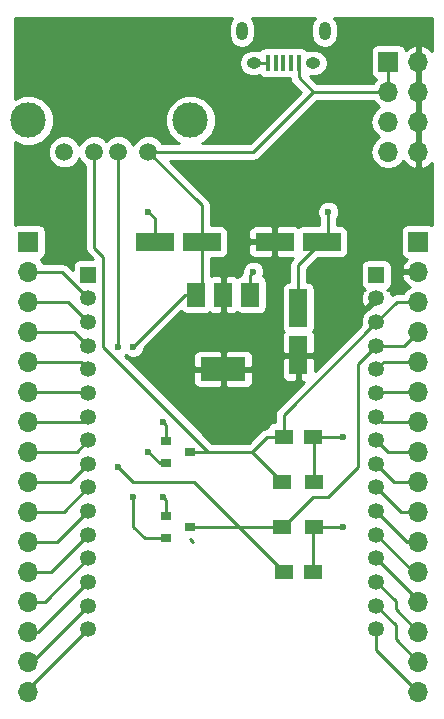
<source format=gtl>
G04 #@! TF.FileFunction,Copper,L1,Top,Signal*
%FSLAX46Y46*%
G04 Gerber Fmt 4.6, Leading zero omitted, Abs format (unit mm)*
G04 Created by KiCad (PCBNEW 4.0.5) date 02/24/17 16:37:27*
%MOMM*%
%LPD*%
G01*
G04 APERTURE LIST*
%ADD10C,0.100000*%
%ADD11R,1.500000X1.250000*%
%ADD12R,0.900000X0.800000*%
%ADD13R,0.400000X1.350000*%
%ADD14O,1.250000X0.950000*%
%ADD15O,1.000000X1.550000*%
%ADD16C,1.500000*%
%ADD17C,3.000000*%
%ADD18R,1.700000X1.700000*%
%ADD19O,1.700000X1.700000*%
%ADD20R,1.500000X1.300000*%
%ADD21R,3.800000X2.000000*%
%ADD22R,1.500000X2.000000*%
%ADD23R,3.200000X1.500000*%
%ADD24R,1.500000X3.200000*%
%ADD25C,1.350000*%
%ADD26R,1.350000X1.350000*%
%ADD27C,0.600000*%
%ADD28C,0.250000*%
%ADD29C,0.254000*%
G04 APERTURE END LIST*
D10*
D11*
X133330000Y-113030000D03*
X130830000Y-113030000D03*
X133330000Y-124460000D03*
X130830000Y-124460000D03*
D12*
X120920000Y-113350000D03*
X120920000Y-115250000D03*
X122920000Y-114300000D03*
X120920000Y-119700000D03*
X120920000Y-121600000D03*
X122920000Y-120650000D03*
D13*
X132110000Y-81360000D03*
X131460000Y-81360000D03*
X130810000Y-81360000D03*
X130160000Y-81360000D03*
X129510000Y-81360000D03*
D14*
X133310000Y-81360000D03*
X128310000Y-81360000D03*
D15*
X134310000Y-78660000D03*
X127310000Y-78660000D03*
D16*
X112270000Y-88900000D03*
X114810000Y-88900000D03*
X116840000Y-88900000D03*
X119380000Y-88900000D03*
D17*
X109220000Y-86230000D03*
X122940000Y-86230000D03*
D18*
X109220000Y-96520000D03*
D19*
X109220000Y-99060000D03*
X109220000Y-101600000D03*
X109220000Y-104140000D03*
X109220000Y-106680000D03*
X109220000Y-109220000D03*
X109220000Y-111760000D03*
X109220000Y-114300000D03*
X109220000Y-116840000D03*
X109220000Y-119380000D03*
X109220000Y-121920000D03*
X109220000Y-124460000D03*
X109220000Y-127000000D03*
X109220000Y-129540000D03*
X109220000Y-132080000D03*
X109220000Y-134620000D03*
D18*
X142240000Y-96520000D03*
D19*
X142240000Y-99060000D03*
X142240000Y-101600000D03*
X142240000Y-104140000D03*
X142240000Y-106680000D03*
X142240000Y-109220000D03*
X142240000Y-111760000D03*
X142240000Y-114300000D03*
X142240000Y-116840000D03*
X142240000Y-119380000D03*
X142240000Y-121920000D03*
X142240000Y-124460000D03*
X142240000Y-127000000D03*
X142240000Y-129540000D03*
X142240000Y-132080000D03*
X142240000Y-134620000D03*
D20*
X133430000Y-116840000D03*
X130730000Y-116840000D03*
X133430000Y-120650000D03*
X130730000Y-120650000D03*
D21*
X125730000Y-107290000D03*
D22*
X125730000Y-100990000D03*
X123430000Y-100990000D03*
X128030000Y-100990000D03*
D23*
X123920000Y-96520000D03*
X119920000Y-96520000D03*
X130080000Y-96520000D03*
X134080000Y-96520000D03*
D24*
X132080000Y-106140000D03*
X132080000Y-102140000D03*
D18*
X139700000Y-81280000D03*
D19*
X142240000Y-81280000D03*
X139700000Y-83820000D03*
X142240000Y-83820000D03*
X139700000Y-86360000D03*
X142240000Y-86360000D03*
X139700000Y-88900000D03*
X142240000Y-88900000D03*
D25*
X138692000Y-129314000D03*
X138692000Y-127314000D03*
X138692000Y-125314000D03*
X138692000Y-123314000D03*
X138692000Y-121314000D03*
X138692000Y-119314000D03*
X138692000Y-117314000D03*
X138692000Y-115314000D03*
X138692000Y-113314000D03*
X138692000Y-111314000D03*
X138692000Y-109314000D03*
X138692000Y-107314000D03*
X138692000Y-105314000D03*
X138692000Y-103314000D03*
X138692000Y-101314000D03*
D26*
X138692000Y-99314000D03*
X114292000Y-99314000D03*
D25*
X114292000Y-101314000D03*
X114292000Y-103314000D03*
X114292000Y-105314000D03*
X114292000Y-107314000D03*
X114292000Y-109314000D03*
X114292000Y-111314000D03*
X114292000Y-113314000D03*
X114292000Y-115314000D03*
X114292000Y-117314000D03*
X114292000Y-119314000D03*
X114292000Y-121314000D03*
X114292000Y-123314000D03*
X114292000Y-125314000D03*
X114292000Y-127314000D03*
X114292000Y-129314000D03*
D27*
X128270000Y-99060000D03*
X134620000Y-93980000D03*
X135890000Y-113030000D03*
X135890000Y-120650000D03*
X120650000Y-111760000D03*
X120650000Y-118110000D03*
X119380000Y-93980000D03*
X116840000Y-115570000D03*
X116840000Y-105410000D03*
X119380000Y-114300000D03*
X118110000Y-105410000D03*
X118110000Y-118110000D03*
D28*
X123190000Y-121970000D02*
X122870000Y-121650000D01*
X128030000Y-100990000D02*
X128030000Y-99300000D01*
X128030000Y-99300000D02*
X128270000Y-99060000D01*
X132080000Y-102140000D02*
X132080000Y-98520000D01*
X132080000Y-98520000D02*
X134620000Y-95980000D01*
X134620000Y-95980000D02*
X134620000Y-93980000D01*
X133430000Y-116840000D02*
X133430000Y-113130000D01*
X133430000Y-113130000D02*
X133530000Y-113030000D01*
X133530000Y-113030000D02*
X135890000Y-113030000D01*
X133330000Y-124460000D02*
X133330000Y-120750000D01*
X133330000Y-120750000D02*
X133430000Y-120650000D01*
X133430000Y-120650000D02*
X135890000Y-120650000D01*
X120920000Y-113350000D02*
X120920000Y-112030000D01*
X120920000Y-112030000D02*
X120650000Y-111760000D01*
X120920000Y-119700000D02*
X120920000Y-118380000D01*
X120920000Y-118380000D02*
X120650000Y-118110000D01*
X119920000Y-96520000D02*
X119920000Y-94520000D01*
X119920000Y-94520000D02*
X119380000Y-93980000D01*
X129510000Y-81360000D02*
X128310000Y-81360000D01*
X133430000Y-113130000D02*
X133330000Y-113030000D01*
X142240000Y-101600000D02*
X140406000Y-101600000D01*
X140406000Y-101600000D02*
X138692000Y-103314000D01*
X130830000Y-113030000D02*
X130830000Y-111176000D01*
X130830000Y-111176000D02*
X138692000Y-103314000D01*
X114810000Y-88900000D02*
X114810000Y-97030000D01*
X115570000Y-105410000D02*
X124460000Y-114300000D01*
X115570000Y-97790000D02*
X115570000Y-105410000D01*
X114810000Y-97030000D02*
X115570000Y-97790000D01*
X130830000Y-113030000D02*
X129460000Y-113030000D01*
X129460000Y-113030000D02*
X128190000Y-114300000D01*
X122920000Y-114300000D02*
X124460000Y-114300000D01*
X124460000Y-114300000D02*
X128190000Y-114300000D01*
X128190000Y-114300000D02*
X130730000Y-116840000D01*
X130830000Y-113030000D02*
X130830000Y-113010000D01*
X130730000Y-113130000D02*
X130830000Y-113030000D01*
X138692000Y-105314000D02*
X141066000Y-105314000D01*
X141066000Y-105314000D02*
X142240000Y-104140000D01*
X130730000Y-120650000D02*
X130810000Y-120650000D01*
X130810000Y-120650000D02*
X133350000Y-118110000D01*
X137160000Y-106846000D02*
X138692000Y-105314000D01*
X137160000Y-115570000D02*
X137160000Y-106846000D01*
X134620000Y-118110000D02*
X137160000Y-115570000D01*
X133350000Y-118110000D02*
X134620000Y-118110000D01*
X116840000Y-88900000D02*
X116840000Y-105410000D01*
X123210000Y-116840000D02*
X127020000Y-120650000D01*
X118110000Y-116840000D02*
X123210000Y-116840000D01*
X116840000Y-115570000D02*
X118110000Y-116840000D01*
X130730000Y-120650000D02*
X127020000Y-120650000D01*
X122920000Y-120650000D02*
X127020000Y-120650000D01*
X127020000Y-120650000D02*
X130830000Y-124460000D01*
X120920000Y-115250000D02*
X120330000Y-115250000D01*
X120330000Y-115250000D02*
X119380000Y-114300000D01*
X120920000Y-121600000D02*
X119060000Y-121600000D01*
X122530000Y-100990000D02*
X123430000Y-100990000D01*
X118110000Y-105410000D02*
X122530000Y-100990000D01*
X118110000Y-120650000D02*
X118110000Y-118110000D01*
X119060000Y-121600000D02*
X118110000Y-120650000D01*
X123920000Y-96520000D02*
X123920000Y-100500000D01*
X123920000Y-100500000D02*
X123430000Y-100990000D01*
X123920000Y-96520000D02*
X123920000Y-93440000D01*
X123920000Y-93440000D02*
X119380000Y-88900000D01*
X119380000Y-88900000D02*
X128270000Y-88900000D01*
X128270000Y-88900000D02*
X133350000Y-83820000D01*
X139700000Y-83820000D02*
X133350000Y-83820000D01*
X132110000Y-82580000D02*
X132110000Y-81360000D01*
X133350000Y-83820000D02*
X132110000Y-82580000D01*
X139700000Y-83820000D02*
X139700000Y-81280000D01*
X125730000Y-107290000D02*
X125730000Y-109220000D01*
X125730000Y-100990000D02*
X125730000Y-99060000D01*
X109220000Y-99060000D02*
X112038000Y-99060000D01*
X112038000Y-99060000D02*
X114292000Y-101314000D01*
X109220000Y-101600000D02*
X112578000Y-101600000D01*
X112578000Y-101600000D02*
X114292000Y-103314000D01*
X109220000Y-104140000D02*
X113118000Y-104140000D01*
X113118000Y-104140000D02*
X114292000Y-105314000D01*
X109220000Y-106680000D02*
X113658000Y-106680000D01*
X113658000Y-106680000D02*
X114292000Y-107314000D01*
X109220000Y-109220000D02*
X114198000Y-109220000D01*
X114198000Y-109220000D02*
X114292000Y-109314000D01*
X109220000Y-111760000D02*
X113846000Y-111760000D01*
X113846000Y-111760000D02*
X114292000Y-111314000D01*
X109220000Y-114300000D02*
X113306000Y-114300000D01*
X113306000Y-114300000D02*
X114292000Y-113314000D01*
X109220000Y-116840000D02*
X112766000Y-116840000D01*
X112766000Y-116840000D02*
X114292000Y-115314000D01*
X109220000Y-119380000D02*
X112226000Y-119380000D01*
X112226000Y-119380000D02*
X114292000Y-117314000D01*
X109220000Y-121920000D02*
X111686000Y-121920000D01*
X111686000Y-121920000D02*
X114292000Y-119314000D01*
X109220000Y-124460000D02*
X111146000Y-124460000D01*
X111146000Y-124460000D02*
X114292000Y-121314000D01*
X109220000Y-127000000D02*
X110606000Y-127000000D01*
X110606000Y-127000000D02*
X114292000Y-123314000D01*
X109220000Y-129540000D02*
X110066000Y-129540000D01*
X110066000Y-129540000D02*
X114292000Y-125314000D01*
X109220000Y-132080000D02*
X109526000Y-132080000D01*
X109526000Y-132080000D02*
X114292000Y-127314000D01*
X109220000Y-134620000D02*
X109220000Y-134386000D01*
X109220000Y-134386000D02*
X114292000Y-129314000D01*
X142240000Y-106680000D02*
X139326000Y-106680000D01*
X139326000Y-106680000D02*
X138692000Y-107314000D01*
X142240000Y-109220000D02*
X138786000Y-109220000D01*
X138786000Y-109220000D02*
X138692000Y-109314000D01*
X138786000Y-109220000D02*
X138692000Y-109314000D01*
X142240000Y-111760000D02*
X139138000Y-111760000D01*
X139138000Y-111760000D02*
X138692000Y-111314000D01*
X139138000Y-111760000D02*
X138692000Y-111314000D01*
X142240000Y-114300000D02*
X139678000Y-114300000D01*
X139678000Y-114300000D02*
X138692000Y-113314000D01*
X142240000Y-116840000D02*
X140218000Y-116840000D01*
X140218000Y-116840000D02*
X138692000Y-115314000D01*
X142240000Y-119380000D02*
X140758000Y-119380000D01*
X140758000Y-119380000D02*
X138692000Y-117314000D01*
X142240000Y-121920000D02*
X141298000Y-121920000D01*
X141298000Y-121920000D02*
X138692000Y-119314000D01*
X142240000Y-124460000D02*
X141838000Y-124460000D01*
X141838000Y-124460000D02*
X138692000Y-121314000D01*
X142240000Y-127000000D02*
X142240000Y-126862000D01*
X142240000Y-126862000D02*
X138692000Y-123314000D01*
X142240000Y-129540000D02*
X140335000Y-127635000D01*
X140335000Y-126957000D02*
X138692000Y-125314000D01*
X140335000Y-127635000D02*
X140335000Y-126957000D01*
X142240000Y-132080000D02*
X140335000Y-130175000D01*
X140335000Y-128957000D02*
X138692000Y-127314000D01*
X140335000Y-130175000D02*
X140335000Y-128957000D01*
X138692000Y-129314000D02*
X138692000Y-131072000D01*
X138692000Y-131072000D02*
X142240000Y-134620000D01*
D29*
G36*
X126261397Y-77923030D02*
X126175000Y-78357376D01*
X126175000Y-78962624D01*
X126261397Y-79396970D01*
X126507434Y-79765190D01*
X126875654Y-80011227D01*
X127310000Y-80097624D01*
X127744346Y-80011227D01*
X128112566Y-79765190D01*
X128358603Y-79396970D01*
X128445000Y-78962624D01*
X128445000Y-78357376D01*
X128358603Y-77923030D01*
X128140756Y-77597000D01*
X133479244Y-77597000D01*
X133261397Y-77923030D01*
X133175000Y-78357376D01*
X133175000Y-78962624D01*
X133261397Y-79396970D01*
X133507434Y-79765190D01*
X133875654Y-80011227D01*
X134310000Y-80097624D01*
X134744346Y-80011227D01*
X135112566Y-79765190D01*
X135358603Y-79396970D01*
X135445000Y-78962624D01*
X135445000Y-78357376D01*
X135358603Y-77923030D01*
X135140756Y-77597000D01*
X143383000Y-77597000D01*
X143383000Y-80371915D01*
X143121358Y-80084817D01*
X142596892Y-79838514D01*
X142367000Y-79959181D01*
X142367000Y-81153000D01*
X142387000Y-81153000D01*
X142387000Y-81407000D01*
X142367000Y-81407000D01*
X142367000Y-83693000D01*
X142387000Y-83693000D01*
X142387000Y-83947000D01*
X142367000Y-83947000D01*
X142367000Y-86233000D01*
X142387000Y-86233000D01*
X142387000Y-86487000D01*
X142367000Y-86487000D01*
X142367000Y-88773000D01*
X142387000Y-88773000D01*
X142387000Y-89027000D01*
X142367000Y-89027000D01*
X142367000Y-90220819D01*
X142596892Y-90341486D01*
X143121358Y-90095183D01*
X143383000Y-89808085D01*
X143383000Y-95101658D01*
X143341890Y-95073569D01*
X143090000Y-95022560D01*
X141390000Y-95022560D01*
X141154683Y-95066838D01*
X140938559Y-95205910D01*
X140793569Y-95418110D01*
X140742560Y-95670000D01*
X140742560Y-97370000D01*
X140786838Y-97605317D01*
X140925910Y-97821441D01*
X141138110Y-97966431D01*
X141246107Y-97988301D01*
X140968355Y-98293076D01*
X140798524Y-98703110D01*
X140919845Y-98933000D01*
X142113000Y-98933000D01*
X142113000Y-98913000D01*
X142367000Y-98913000D01*
X142367000Y-98933000D01*
X142387000Y-98933000D01*
X142387000Y-99187000D01*
X142367000Y-99187000D01*
X142367000Y-99207000D01*
X142113000Y-99207000D01*
X142113000Y-99187000D01*
X140919845Y-99187000D01*
X140798524Y-99416890D01*
X140968355Y-99826924D01*
X141358642Y-100255183D01*
X141501553Y-100322298D01*
X141160853Y-100549946D01*
X140967046Y-100840000D01*
X140406000Y-100840000D01*
X140115161Y-100897852D01*
X139985591Y-100984427D01*
X139985375Y-100980566D01*
X139842328Y-100635219D01*
X139621776Y-100579640D01*
X139818441Y-100453090D01*
X139963431Y-100240890D01*
X140014440Y-99989000D01*
X140014440Y-98639000D01*
X139970162Y-98403683D01*
X139831090Y-98187559D01*
X139618890Y-98042569D01*
X139367000Y-97991560D01*
X138017000Y-97991560D01*
X137781683Y-98035838D01*
X137565559Y-98174910D01*
X137420569Y-98387110D01*
X137369560Y-98639000D01*
X137369560Y-99989000D01*
X137413838Y-100224317D01*
X137552910Y-100440441D01*
X137758141Y-100580669D01*
X137541672Y-100635219D01*
X137369478Y-101127100D01*
X137398625Y-101647434D01*
X137541672Y-101992781D01*
X137774853Y-102051542D01*
X138512395Y-101314000D01*
X138498253Y-101299858D01*
X138677858Y-101120253D01*
X138692000Y-101134395D01*
X138706143Y-101120253D01*
X138885748Y-101299858D01*
X138871605Y-101314000D01*
X138885748Y-101328143D01*
X138706143Y-101507748D01*
X138692000Y-101493605D01*
X138005279Y-102180326D01*
X137950914Y-102202789D01*
X137582084Y-102570976D01*
X137382228Y-103052282D01*
X137381795Y-103549403D01*
X133465000Y-107466198D01*
X133465000Y-106425750D01*
X133306250Y-106267000D01*
X132207000Y-106267000D01*
X132207000Y-108216250D01*
X132365750Y-108375000D01*
X132556198Y-108375000D01*
X130292599Y-110638599D01*
X130127852Y-110885161D01*
X130070000Y-111176000D01*
X130070000Y-111759442D01*
X129844683Y-111801838D01*
X129628559Y-111940910D01*
X129483569Y-112153110D01*
X129459894Y-112270021D01*
X129169160Y-112327852D01*
X128922599Y-112492599D01*
X127875198Y-113540000D01*
X124774802Y-113540000D01*
X118810552Y-107575750D01*
X123195000Y-107575750D01*
X123195000Y-108416309D01*
X123291673Y-108649698D01*
X123470301Y-108828327D01*
X123703690Y-108925000D01*
X125444250Y-108925000D01*
X125603000Y-108766250D01*
X125603000Y-107417000D01*
X125857000Y-107417000D01*
X125857000Y-108766250D01*
X126015750Y-108925000D01*
X127756310Y-108925000D01*
X127989699Y-108828327D01*
X128168327Y-108649698D01*
X128265000Y-108416309D01*
X128265000Y-107575750D01*
X128106250Y-107417000D01*
X125857000Y-107417000D01*
X125603000Y-107417000D01*
X123353750Y-107417000D01*
X123195000Y-107575750D01*
X118810552Y-107575750D01*
X117403461Y-106168659D01*
X117474954Y-106097290D01*
X117579673Y-106202192D01*
X117923201Y-106344838D01*
X118295167Y-106345162D01*
X118638943Y-106203117D01*
X118678437Y-106163691D01*
X123195000Y-106163691D01*
X123195000Y-107004250D01*
X123353750Y-107163000D01*
X125603000Y-107163000D01*
X125603000Y-105813750D01*
X125857000Y-105813750D01*
X125857000Y-107163000D01*
X128106250Y-107163000D01*
X128265000Y-107004250D01*
X128265000Y-106425750D01*
X130695000Y-106425750D01*
X130695000Y-107866309D01*
X130791673Y-108099698D01*
X130970301Y-108278327D01*
X131203690Y-108375000D01*
X131794250Y-108375000D01*
X131953000Y-108216250D01*
X131953000Y-106267000D01*
X130853750Y-106267000D01*
X130695000Y-106425750D01*
X128265000Y-106425750D01*
X128265000Y-106163691D01*
X128168327Y-105930302D01*
X127989699Y-105751673D01*
X127756310Y-105655000D01*
X126015750Y-105655000D01*
X125857000Y-105813750D01*
X125603000Y-105813750D01*
X125444250Y-105655000D01*
X123703690Y-105655000D01*
X123470301Y-105751673D01*
X123291673Y-105930302D01*
X123195000Y-106163691D01*
X118678437Y-106163691D01*
X118902192Y-105940327D01*
X119044838Y-105596799D01*
X119044879Y-105549923D01*
X122191420Y-102403382D01*
X122215910Y-102441441D01*
X122428110Y-102586431D01*
X122680000Y-102637440D01*
X124180000Y-102637440D01*
X124415317Y-102593162D01*
X124579492Y-102487518D01*
X124620301Y-102528327D01*
X124853690Y-102625000D01*
X125444250Y-102625000D01*
X125603000Y-102466250D01*
X125603000Y-101117000D01*
X125583000Y-101117000D01*
X125583000Y-100863000D01*
X125603000Y-100863000D01*
X125603000Y-99513750D01*
X125857000Y-99513750D01*
X125857000Y-100863000D01*
X125877000Y-100863000D01*
X125877000Y-101117000D01*
X125857000Y-101117000D01*
X125857000Y-102466250D01*
X126015750Y-102625000D01*
X126606310Y-102625000D01*
X126839699Y-102528327D01*
X126881660Y-102486366D01*
X127028110Y-102586431D01*
X127280000Y-102637440D01*
X128780000Y-102637440D01*
X129015317Y-102593162D01*
X129231441Y-102454090D01*
X129376431Y-102241890D01*
X129427440Y-101990000D01*
X129427440Y-99990000D01*
X129383162Y-99754683D01*
X129244090Y-99538559D01*
X129119139Y-99453184D01*
X129204838Y-99246799D01*
X129205162Y-98874833D01*
X129063117Y-98531057D01*
X128800327Y-98267808D01*
X128456799Y-98125162D01*
X128084833Y-98124838D01*
X127741057Y-98266883D01*
X127477808Y-98529673D01*
X127335162Y-98873201D01*
X127335053Y-98998384D01*
X127327852Y-99009161D01*
X127270000Y-99300000D01*
X127270000Y-99344442D01*
X127044683Y-99386838D01*
X126880508Y-99492482D01*
X126839699Y-99451673D01*
X126606310Y-99355000D01*
X126015750Y-99355000D01*
X125857000Y-99513750D01*
X125603000Y-99513750D01*
X125444250Y-99355000D01*
X124853690Y-99355000D01*
X124680000Y-99426945D01*
X124680000Y-97917440D01*
X125520000Y-97917440D01*
X125755317Y-97873162D01*
X125971441Y-97734090D01*
X126116431Y-97521890D01*
X126167440Y-97270000D01*
X126167440Y-96805750D01*
X127845000Y-96805750D01*
X127845000Y-97396310D01*
X127941673Y-97629699D01*
X128120302Y-97808327D01*
X128353691Y-97905000D01*
X129794250Y-97905000D01*
X129953000Y-97746250D01*
X129953000Y-96647000D01*
X128003750Y-96647000D01*
X127845000Y-96805750D01*
X126167440Y-96805750D01*
X126167440Y-95770000D01*
X126143674Y-95643690D01*
X127845000Y-95643690D01*
X127845000Y-96234250D01*
X128003750Y-96393000D01*
X129953000Y-96393000D01*
X129953000Y-95293750D01*
X130207000Y-95293750D01*
X130207000Y-96393000D01*
X130227000Y-96393000D01*
X130227000Y-96647000D01*
X130207000Y-96647000D01*
X130207000Y-97746250D01*
X130365750Y-97905000D01*
X131620198Y-97905000D01*
X131542599Y-97982599D01*
X131377852Y-98229161D01*
X131320000Y-98520000D01*
X131320000Y-99894442D01*
X131094683Y-99936838D01*
X130878559Y-100075910D01*
X130733569Y-100288110D01*
X130682560Y-100540000D01*
X130682560Y-103740000D01*
X130726838Y-103975317D01*
X130832482Y-104139493D01*
X130791673Y-104180302D01*
X130695000Y-104413691D01*
X130695000Y-105854250D01*
X130853750Y-106013000D01*
X131953000Y-106013000D01*
X131953000Y-105993000D01*
X132207000Y-105993000D01*
X132207000Y-106013000D01*
X133306250Y-106013000D01*
X133465000Y-105854250D01*
X133465000Y-104413691D01*
X133368327Y-104180302D01*
X133326366Y-104138340D01*
X133426431Y-103991890D01*
X133477440Y-103740000D01*
X133477440Y-100540000D01*
X133433162Y-100304683D01*
X133294090Y-100088559D01*
X133081890Y-99943569D01*
X132840000Y-99894585D01*
X132840000Y-98834802D01*
X133757362Y-97917440D01*
X135680000Y-97917440D01*
X135915317Y-97873162D01*
X136131441Y-97734090D01*
X136276431Y-97521890D01*
X136327440Y-97270000D01*
X136327440Y-95770000D01*
X136283162Y-95534683D01*
X136144090Y-95318559D01*
X135931890Y-95173569D01*
X135680000Y-95122560D01*
X135380000Y-95122560D01*
X135380000Y-94542463D01*
X135412192Y-94510327D01*
X135554838Y-94166799D01*
X135555162Y-93794833D01*
X135413117Y-93451057D01*
X135150327Y-93187808D01*
X134806799Y-93045162D01*
X134434833Y-93044838D01*
X134091057Y-93186883D01*
X133827808Y-93449673D01*
X133685162Y-93793201D01*
X133684838Y-94165167D01*
X133826883Y-94508943D01*
X133860000Y-94542118D01*
X133860000Y-95122560D01*
X132480000Y-95122560D01*
X132244683Y-95166838D01*
X132080507Y-95272482D01*
X132039698Y-95231673D01*
X131806309Y-95135000D01*
X130365750Y-95135000D01*
X130207000Y-95293750D01*
X129953000Y-95293750D01*
X129794250Y-95135000D01*
X128353691Y-95135000D01*
X128120302Y-95231673D01*
X127941673Y-95410301D01*
X127845000Y-95643690D01*
X126143674Y-95643690D01*
X126123162Y-95534683D01*
X125984090Y-95318559D01*
X125771890Y-95173569D01*
X125520000Y-95122560D01*
X124680000Y-95122560D01*
X124680000Y-93440000D01*
X124622148Y-93149161D01*
X124457401Y-92902599D01*
X121214802Y-89660000D01*
X128270000Y-89660000D01*
X128560839Y-89602148D01*
X128807401Y-89437401D01*
X133664802Y-84580000D01*
X138427046Y-84580000D01*
X138620853Y-84870054D01*
X138950026Y-85090000D01*
X138620853Y-85309946D01*
X138298946Y-85791715D01*
X138185907Y-86360000D01*
X138298946Y-86928285D01*
X138620853Y-87410054D01*
X138950026Y-87630000D01*
X138620853Y-87849946D01*
X138298946Y-88331715D01*
X138185907Y-88900000D01*
X138298946Y-89468285D01*
X138620853Y-89950054D01*
X139102622Y-90271961D01*
X139670907Y-90385000D01*
X139729093Y-90385000D01*
X140297378Y-90271961D01*
X140779147Y-89950054D01*
X140968345Y-89666899D01*
X140968355Y-89666924D01*
X141358642Y-90095183D01*
X141883108Y-90341486D01*
X142113000Y-90220819D01*
X142113000Y-89027000D01*
X142093000Y-89027000D01*
X142093000Y-88773000D01*
X142113000Y-88773000D01*
X142113000Y-86487000D01*
X142093000Y-86487000D01*
X142093000Y-86233000D01*
X142113000Y-86233000D01*
X142113000Y-83947000D01*
X142093000Y-83947000D01*
X142093000Y-83693000D01*
X142113000Y-83693000D01*
X142113000Y-81407000D01*
X142093000Y-81407000D01*
X142093000Y-81153000D01*
X142113000Y-81153000D01*
X142113000Y-79959181D01*
X141883108Y-79838514D01*
X141358642Y-80084817D01*
X141171192Y-80290504D01*
X141153162Y-80194683D01*
X141014090Y-79978559D01*
X140801890Y-79833569D01*
X140550000Y-79782560D01*
X138850000Y-79782560D01*
X138614683Y-79826838D01*
X138398559Y-79965910D01*
X138253569Y-80178110D01*
X138202560Y-80430000D01*
X138202560Y-82130000D01*
X138246838Y-82365317D01*
X138385910Y-82581441D01*
X138598110Y-82726431D01*
X138665541Y-82740086D01*
X138620853Y-82769946D01*
X138427046Y-83060000D01*
X133664802Y-83060000D01*
X133059776Y-82454974D01*
X133135315Y-82470000D01*
X133484685Y-82470000D01*
X133909464Y-82385506D01*
X134269574Y-82144889D01*
X134510191Y-81784779D01*
X134594685Y-81360000D01*
X134510191Y-80935221D01*
X134269574Y-80575111D01*
X133909464Y-80334494D01*
X133484685Y-80250000D01*
X133135315Y-80250000D01*
X132824458Y-80311833D01*
X132774090Y-80233559D01*
X132561890Y-80088569D01*
X132310000Y-80037560D01*
X131910000Y-80037560D01*
X131780411Y-80061944D01*
X131660000Y-80037560D01*
X131260000Y-80037560D01*
X131130411Y-80061944D01*
X131010000Y-80037560D01*
X130610000Y-80037560D01*
X130480411Y-80061944D01*
X130360000Y-80037560D01*
X129960000Y-80037560D01*
X129830411Y-80061944D01*
X129710000Y-80037560D01*
X129310000Y-80037560D01*
X129074683Y-80081838D01*
X128858559Y-80220910D01*
X128796327Y-80311990D01*
X128484685Y-80250000D01*
X128135315Y-80250000D01*
X127710536Y-80334494D01*
X127350426Y-80575111D01*
X127109809Y-80935221D01*
X127025315Y-81360000D01*
X127109809Y-81784779D01*
X127350426Y-82144889D01*
X127710536Y-82385506D01*
X128135315Y-82470000D01*
X128484685Y-82470000D01*
X128795542Y-82408167D01*
X128845910Y-82486441D01*
X129058110Y-82631431D01*
X129310000Y-82682440D01*
X129710000Y-82682440D01*
X129839589Y-82658056D01*
X129960000Y-82682440D01*
X130360000Y-82682440D01*
X130489589Y-82658056D01*
X130610000Y-82682440D01*
X131010000Y-82682440D01*
X131139589Y-82658056D01*
X131260000Y-82682440D01*
X131370377Y-82682440D01*
X131407852Y-82870839D01*
X131572599Y-83117401D01*
X132275198Y-83820000D01*
X127955198Y-88140000D01*
X123908251Y-88140000D01*
X124147800Y-88041020D01*
X124748909Y-87440959D01*
X125074628Y-86656541D01*
X125075370Y-85807185D01*
X124751020Y-85022200D01*
X124150959Y-84421091D01*
X123366541Y-84095372D01*
X122517185Y-84094630D01*
X121732200Y-84418980D01*
X121131091Y-85019041D01*
X120805372Y-85803459D01*
X120804630Y-86652815D01*
X121128980Y-87437800D01*
X121729041Y-88038909D01*
X121972495Y-88140000D01*
X120564547Y-88140000D01*
X120554831Y-88116485D01*
X120165564Y-87726539D01*
X119656702Y-87515241D01*
X119105715Y-87514760D01*
X118596485Y-87725169D01*
X118206539Y-88114436D01*
X118110024Y-88346870D01*
X118014831Y-88116485D01*
X117625564Y-87726539D01*
X117116702Y-87515241D01*
X116565715Y-87514760D01*
X116056485Y-87725169D01*
X115824938Y-87956313D01*
X115595564Y-87726539D01*
X115086702Y-87515241D01*
X114535715Y-87514760D01*
X114026485Y-87725169D01*
X113636539Y-88114436D01*
X113540024Y-88346870D01*
X113444831Y-88116485D01*
X113055564Y-87726539D01*
X112546702Y-87515241D01*
X111995715Y-87514760D01*
X111486485Y-87725169D01*
X111096539Y-88114436D01*
X110885241Y-88623298D01*
X110884760Y-89174285D01*
X111095169Y-89683515D01*
X111484436Y-90073461D01*
X111993298Y-90284759D01*
X112544285Y-90285240D01*
X113053515Y-90074831D01*
X113443461Y-89685564D01*
X113539976Y-89453130D01*
X113635169Y-89683515D01*
X114024436Y-90073461D01*
X114050000Y-90084076D01*
X114050000Y-97030000D01*
X114107852Y-97320839D01*
X114272599Y-97567401D01*
X114696758Y-97991560D01*
X113617000Y-97991560D01*
X113381683Y-98035838D01*
X113165559Y-98174910D01*
X113020569Y-98387110D01*
X112969560Y-98639000D01*
X112969560Y-98916758D01*
X112575401Y-98522599D01*
X112328839Y-98357852D01*
X112038000Y-98300000D01*
X110492954Y-98300000D01*
X110299147Y-98009946D01*
X110257548Y-97982150D01*
X110305317Y-97973162D01*
X110521441Y-97834090D01*
X110666431Y-97621890D01*
X110717440Y-97370000D01*
X110717440Y-95670000D01*
X110673162Y-95434683D01*
X110534090Y-95218559D01*
X110321890Y-95073569D01*
X110070000Y-95022560D01*
X108370000Y-95022560D01*
X108134683Y-95066838D01*
X108077000Y-95103956D01*
X108077000Y-88067128D01*
X108793459Y-88364628D01*
X109642815Y-88365370D01*
X110427800Y-88041020D01*
X111028909Y-87440959D01*
X111354628Y-86656541D01*
X111355370Y-85807185D01*
X111031020Y-85022200D01*
X110430959Y-84421091D01*
X109646541Y-84095372D01*
X108797185Y-84094630D01*
X108077000Y-84392205D01*
X108077000Y-77597000D01*
X126479244Y-77597000D01*
X126261397Y-77923030D01*
X126261397Y-77923030D01*
G37*
X126261397Y-77923030D02*
X126175000Y-78357376D01*
X126175000Y-78962624D01*
X126261397Y-79396970D01*
X126507434Y-79765190D01*
X126875654Y-80011227D01*
X127310000Y-80097624D01*
X127744346Y-80011227D01*
X128112566Y-79765190D01*
X128358603Y-79396970D01*
X128445000Y-78962624D01*
X128445000Y-78357376D01*
X128358603Y-77923030D01*
X128140756Y-77597000D01*
X133479244Y-77597000D01*
X133261397Y-77923030D01*
X133175000Y-78357376D01*
X133175000Y-78962624D01*
X133261397Y-79396970D01*
X133507434Y-79765190D01*
X133875654Y-80011227D01*
X134310000Y-80097624D01*
X134744346Y-80011227D01*
X135112566Y-79765190D01*
X135358603Y-79396970D01*
X135445000Y-78962624D01*
X135445000Y-78357376D01*
X135358603Y-77923030D01*
X135140756Y-77597000D01*
X143383000Y-77597000D01*
X143383000Y-80371915D01*
X143121358Y-80084817D01*
X142596892Y-79838514D01*
X142367000Y-79959181D01*
X142367000Y-81153000D01*
X142387000Y-81153000D01*
X142387000Y-81407000D01*
X142367000Y-81407000D01*
X142367000Y-83693000D01*
X142387000Y-83693000D01*
X142387000Y-83947000D01*
X142367000Y-83947000D01*
X142367000Y-86233000D01*
X142387000Y-86233000D01*
X142387000Y-86487000D01*
X142367000Y-86487000D01*
X142367000Y-88773000D01*
X142387000Y-88773000D01*
X142387000Y-89027000D01*
X142367000Y-89027000D01*
X142367000Y-90220819D01*
X142596892Y-90341486D01*
X143121358Y-90095183D01*
X143383000Y-89808085D01*
X143383000Y-95101658D01*
X143341890Y-95073569D01*
X143090000Y-95022560D01*
X141390000Y-95022560D01*
X141154683Y-95066838D01*
X140938559Y-95205910D01*
X140793569Y-95418110D01*
X140742560Y-95670000D01*
X140742560Y-97370000D01*
X140786838Y-97605317D01*
X140925910Y-97821441D01*
X141138110Y-97966431D01*
X141246107Y-97988301D01*
X140968355Y-98293076D01*
X140798524Y-98703110D01*
X140919845Y-98933000D01*
X142113000Y-98933000D01*
X142113000Y-98913000D01*
X142367000Y-98913000D01*
X142367000Y-98933000D01*
X142387000Y-98933000D01*
X142387000Y-99187000D01*
X142367000Y-99187000D01*
X142367000Y-99207000D01*
X142113000Y-99207000D01*
X142113000Y-99187000D01*
X140919845Y-99187000D01*
X140798524Y-99416890D01*
X140968355Y-99826924D01*
X141358642Y-100255183D01*
X141501553Y-100322298D01*
X141160853Y-100549946D01*
X140967046Y-100840000D01*
X140406000Y-100840000D01*
X140115161Y-100897852D01*
X139985591Y-100984427D01*
X139985375Y-100980566D01*
X139842328Y-100635219D01*
X139621776Y-100579640D01*
X139818441Y-100453090D01*
X139963431Y-100240890D01*
X140014440Y-99989000D01*
X140014440Y-98639000D01*
X139970162Y-98403683D01*
X139831090Y-98187559D01*
X139618890Y-98042569D01*
X139367000Y-97991560D01*
X138017000Y-97991560D01*
X137781683Y-98035838D01*
X137565559Y-98174910D01*
X137420569Y-98387110D01*
X137369560Y-98639000D01*
X137369560Y-99989000D01*
X137413838Y-100224317D01*
X137552910Y-100440441D01*
X137758141Y-100580669D01*
X137541672Y-100635219D01*
X137369478Y-101127100D01*
X137398625Y-101647434D01*
X137541672Y-101992781D01*
X137774853Y-102051542D01*
X138512395Y-101314000D01*
X138498253Y-101299858D01*
X138677858Y-101120253D01*
X138692000Y-101134395D01*
X138706143Y-101120253D01*
X138885748Y-101299858D01*
X138871605Y-101314000D01*
X138885748Y-101328143D01*
X138706143Y-101507748D01*
X138692000Y-101493605D01*
X138005279Y-102180326D01*
X137950914Y-102202789D01*
X137582084Y-102570976D01*
X137382228Y-103052282D01*
X137381795Y-103549403D01*
X133465000Y-107466198D01*
X133465000Y-106425750D01*
X133306250Y-106267000D01*
X132207000Y-106267000D01*
X132207000Y-108216250D01*
X132365750Y-108375000D01*
X132556198Y-108375000D01*
X130292599Y-110638599D01*
X130127852Y-110885161D01*
X130070000Y-111176000D01*
X130070000Y-111759442D01*
X129844683Y-111801838D01*
X129628559Y-111940910D01*
X129483569Y-112153110D01*
X129459894Y-112270021D01*
X129169160Y-112327852D01*
X128922599Y-112492599D01*
X127875198Y-113540000D01*
X124774802Y-113540000D01*
X118810552Y-107575750D01*
X123195000Y-107575750D01*
X123195000Y-108416309D01*
X123291673Y-108649698D01*
X123470301Y-108828327D01*
X123703690Y-108925000D01*
X125444250Y-108925000D01*
X125603000Y-108766250D01*
X125603000Y-107417000D01*
X125857000Y-107417000D01*
X125857000Y-108766250D01*
X126015750Y-108925000D01*
X127756310Y-108925000D01*
X127989699Y-108828327D01*
X128168327Y-108649698D01*
X128265000Y-108416309D01*
X128265000Y-107575750D01*
X128106250Y-107417000D01*
X125857000Y-107417000D01*
X125603000Y-107417000D01*
X123353750Y-107417000D01*
X123195000Y-107575750D01*
X118810552Y-107575750D01*
X117403461Y-106168659D01*
X117474954Y-106097290D01*
X117579673Y-106202192D01*
X117923201Y-106344838D01*
X118295167Y-106345162D01*
X118638943Y-106203117D01*
X118678437Y-106163691D01*
X123195000Y-106163691D01*
X123195000Y-107004250D01*
X123353750Y-107163000D01*
X125603000Y-107163000D01*
X125603000Y-105813750D01*
X125857000Y-105813750D01*
X125857000Y-107163000D01*
X128106250Y-107163000D01*
X128265000Y-107004250D01*
X128265000Y-106425750D01*
X130695000Y-106425750D01*
X130695000Y-107866309D01*
X130791673Y-108099698D01*
X130970301Y-108278327D01*
X131203690Y-108375000D01*
X131794250Y-108375000D01*
X131953000Y-108216250D01*
X131953000Y-106267000D01*
X130853750Y-106267000D01*
X130695000Y-106425750D01*
X128265000Y-106425750D01*
X128265000Y-106163691D01*
X128168327Y-105930302D01*
X127989699Y-105751673D01*
X127756310Y-105655000D01*
X126015750Y-105655000D01*
X125857000Y-105813750D01*
X125603000Y-105813750D01*
X125444250Y-105655000D01*
X123703690Y-105655000D01*
X123470301Y-105751673D01*
X123291673Y-105930302D01*
X123195000Y-106163691D01*
X118678437Y-106163691D01*
X118902192Y-105940327D01*
X119044838Y-105596799D01*
X119044879Y-105549923D01*
X122191420Y-102403382D01*
X122215910Y-102441441D01*
X122428110Y-102586431D01*
X122680000Y-102637440D01*
X124180000Y-102637440D01*
X124415317Y-102593162D01*
X124579492Y-102487518D01*
X124620301Y-102528327D01*
X124853690Y-102625000D01*
X125444250Y-102625000D01*
X125603000Y-102466250D01*
X125603000Y-101117000D01*
X125583000Y-101117000D01*
X125583000Y-100863000D01*
X125603000Y-100863000D01*
X125603000Y-99513750D01*
X125857000Y-99513750D01*
X125857000Y-100863000D01*
X125877000Y-100863000D01*
X125877000Y-101117000D01*
X125857000Y-101117000D01*
X125857000Y-102466250D01*
X126015750Y-102625000D01*
X126606310Y-102625000D01*
X126839699Y-102528327D01*
X126881660Y-102486366D01*
X127028110Y-102586431D01*
X127280000Y-102637440D01*
X128780000Y-102637440D01*
X129015317Y-102593162D01*
X129231441Y-102454090D01*
X129376431Y-102241890D01*
X129427440Y-101990000D01*
X129427440Y-99990000D01*
X129383162Y-99754683D01*
X129244090Y-99538559D01*
X129119139Y-99453184D01*
X129204838Y-99246799D01*
X129205162Y-98874833D01*
X129063117Y-98531057D01*
X128800327Y-98267808D01*
X128456799Y-98125162D01*
X128084833Y-98124838D01*
X127741057Y-98266883D01*
X127477808Y-98529673D01*
X127335162Y-98873201D01*
X127335053Y-98998384D01*
X127327852Y-99009161D01*
X127270000Y-99300000D01*
X127270000Y-99344442D01*
X127044683Y-99386838D01*
X126880508Y-99492482D01*
X126839699Y-99451673D01*
X126606310Y-99355000D01*
X126015750Y-99355000D01*
X125857000Y-99513750D01*
X125603000Y-99513750D01*
X125444250Y-99355000D01*
X124853690Y-99355000D01*
X124680000Y-99426945D01*
X124680000Y-97917440D01*
X125520000Y-97917440D01*
X125755317Y-97873162D01*
X125971441Y-97734090D01*
X126116431Y-97521890D01*
X126167440Y-97270000D01*
X126167440Y-96805750D01*
X127845000Y-96805750D01*
X127845000Y-97396310D01*
X127941673Y-97629699D01*
X128120302Y-97808327D01*
X128353691Y-97905000D01*
X129794250Y-97905000D01*
X129953000Y-97746250D01*
X129953000Y-96647000D01*
X128003750Y-96647000D01*
X127845000Y-96805750D01*
X126167440Y-96805750D01*
X126167440Y-95770000D01*
X126143674Y-95643690D01*
X127845000Y-95643690D01*
X127845000Y-96234250D01*
X128003750Y-96393000D01*
X129953000Y-96393000D01*
X129953000Y-95293750D01*
X130207000Y-95293750D01*
X130207000Y-96393000D01*
X130227000Y-96393000D01*
X130227000Y-96647000D01*
X130207000Y-96647000D01*
X130207000Y-97746250D01*
X130365750Y-97905000D01*
X131620198Y-97905000D01*
X131542599Y-97982599D01*
X131377852Y-98229161D01*
X131320000Y-98520000D01*
X131320000Y-99894442D01*
X131094683Y-99936838D01*
X130878559Y-100075910D01*
X130733569Y-100288110D01*
X130682560Y-100540000D01*
X130682560Y-103740000D01*
X130726838Y-103975317D01*
X130832482Y-104139493D01*
X130791673Y-104180302D01*
X130695000Y-104413691D01*
X130695000Y-105854250D01*
X130853750Y-106013000D01*
X131953000Y-106013000D01*
X131953000Y-105993000D01*
X132207000Y-105993000D01*
X132207000Y-106013000D01*
X133306250Y-106013000D01*
X133465000Y-105854250D01*
X133465000Y-104413691D01*
X133368327Y-104180302D01*
X133326366Y-104138340D01*
X133426431Y-103991890D01*
X133477440Y-103740000D01*
X133477440Y-100540000D01*
X133433162Y-100304683D01*
X133294090Y-100088559D01*
X133081890Y-99943569D01*
X132840000Y-99894585D01*
X132840000Y-98834802D01*
X133757362Y-97917440D01*
X135680000Y-97917440D01*
X135915317Y-97873162D01*
X136131441Y-97734090D01*
X136276431Y-97521890D01*
X136327440Y-97270000D01*
X136327440Y-95770000D01*
X136283162Y-95534683D01*
X136144090Y-95318559D01*
X135931890Y-95173569D01*
X135680000Y-95122560D01*
X135380000Y-95122560D01*
X135380000Y-94542463D01*
X135412192Y-94510327D01*
X135554838Y-94166799D01*
X135555162Y-93794833D01*
X135413117Y-93451057D01*
X135150327Y-93187808D01*
X134806799Y-93045162D01*
X134434833Y-93044838D01*
X134091057Y-93186883D01*
X133827808Y-93449673D01*
X133685162Y-93793201D01*
X133684838Y-94165167D01*
X133826883Y-94508943D01*
X133860000Y-94542118D01*
X133860000Y-95122560D01*
X132480000Y-95122560D01*
X132244683Y-95166838D01*
X132080507Y-95272482D01*
X132039698Y-95231673D01*
X131806309Y-95135000D01*
X130365750Y-95135000D01*
X130207000Y-95293750D01*
X129953000Y-95293750D01*
X129794250Y-95135000D01*
X128353691Y-95135000D01*
X128120302Y-95231673D01*
X127941673Y-95410301D01*
X127845000Y-95643690D01*
X126143674Y-95643690D01*
X126123162Y-95534683D01*
X125984090Y-95318559D01*
X125771890Y-95173569D01*
X125520000Y-95122560D01*
X124680000Y-95122560D01*
X124680000Y-93440000D01*
X124622148Y-93149161D01*
X124457401Y-92902599D01*
X121214802Y-89660000D01*
X128270000Y-89660000D01*
X128560839Y-89602148D01*
X128807401Y-89437401D01*
X133664802Y-84580000D01*
X138427046Y-84580000D01*
X138620853Y-84870054D01*
X138950026Y-85090000D01*
X138620853Y-85309946D01*
X138298946Y-85791715D01*
X138185907Y-86360000D01*
X138298946Y-86928285D01*
X138620853Y-87410054D01*
X138950026Y-87630000D01*
X138620853Y-87849946D01*
X138298946Y-88331715D01*
X138185907Y-88900000D01*
X138298946Y-89468285D01*
X138620853Y-89950054D01*
X139102622Y-90271961D01*
X139670907Y-90385000D01*
X139729093Y-90385000D01*
X140297378Y-90271961D01*
X140779147Y-89950054D01*
X140968345Y-89666899D01*
X140968355Y-89666924D01*
X141358642Y-90095183D01*
X141883108Y-90341486D01*
X142113000Y-90220819D01*
X142113000Y-89027000D01*
X142093000Y-89027000D01*
X142093000Y-88773000D01*
X142113000Y-88773000D01*
X142113000Y-86487000D01*
X142093000Y-86487000D01*
X142093000Y-86233000D01*
X142113000Y-86233000D01*
X142113000Y-83947000D01*
X142093000Y-83947000D01*
X142093000Y-83693000D01*
X142113000Y-83693000D01*
X142113000Y-81407000D01*
X142093000Y-81407000D01*
X142093000Y-81153000D01*
X142113000Y-81153000D01*
X142113000Y-79959181D01*
X141883108Y-79838514D01*
X141358642Y-80084817D01*
X141171192Y-80290504D01*
X141153162Y-80194683D01*
X141014090Y-79978559D01*
X140801890Y-79833569D01*
X140550000Y-79782560D01*
X138850000Y-79782560D01*
X138614683Y-79826838D01*
X138398559Y-79965910D01*
X138253569Y-80178110D01*
X138202560Y-80430000D01*
X138202560Y-82130000D01*
X138246838Y-82365317D01*
X138385910Y-82581441D01*
X138598110Y-82726431D01*
X138665541Y-82740086D01*
X138620853Y-82769946D01*
X138427046Y-83060000D01*
X133664802Y-83060000D01*
X133059776Y-82454974D01*
X133135315Y-82470000D01*
X133484685Y-82470000D01*
X133909464Y-82385506D01*
X134269574Y-82144889D01*
X134510191Y-81784779D01*
X134594685Y-81360000D01*
X134510191Y-80935221D01*
X134269574Y-80575111D01*
X133909464Y-80334494D01*
X133484685Y-80250000D01*
X133135315Y-80250000D01*
X132824458Y-80311833D01*
X132774090Y-80233559D01*
X132561890Y-80088569D01*
X132310000Y-80037560D01*
X131910000Y-80037560D01*
X131780411Y-80061944D01*
X131660000Y-80037560D01*
X131260000Y-80037560D01*
X131130411Y-80061944D01*
X131010000Y-80037560D01*
X130610000Y-80037560D01*
X130480411Y-80061944D01*
X130360000Y-80037560D01*
X129960000Y-80037560D01*
X129830411Y-80061944D01*
X129710000Y-80037560D01*
X129310000Y-80037560D01*
X129074683Y-80081838D01*
X128858559Y-80220910D01*
X128796327Y-80311990D01*
X128484685Y-80250000D01*
X128135315Y-80250000D01*
X127710536Y-80334494D01*
X127350426Y-80575111D01*
X127109809Y-80935221D01*
X127025315Y-81360000D01*
X127109809Y-81784779D01*
X127350426Y-82144889D01*
X127710536Y-82385506D01*
X128135315Y-82470000D01*
X128484685Y-82470000D01*
X128795542Y-82408167D01*
X128845910Y-82486441D01*
X129058110Y-82631431D01*
X129310000Y-82682440D01*
X129710000Y-82682440D01*
X129839589Y-82658056D01*
X129960000Y-82682440D01*
X130360000Y-82682440D01*
X130489589Y-82658056D01*
X130610000Y-82682440D01*
X131010000Y-82682440D01*
X131139589Y-82658056D01*
X131260000Y-82682440D01*
X131370377Y-82682440D01*
X131407852Y-82870839D01*
X131572599Y-83117401D01*
X132275198Y-83820000D01*
X127955198Y-88140000D01*
X123908251Y-88140000D01*
X124147800Y-88041020D01*
X124748909Y-87440959D01*
X125074628Y-86656541D01*
X125075370Y-85807185D01*
X124751020Y-85022200D01*
X124150959Y-84421091D01*
X123366541Y-84095372D01*
X122517185Y-84094630D01*
X121732200Y-84418980D01*
X121131091Y-85019041D01*
X120805372Y-85803459D01*
X120804630Y-86652815D01*
X121128980Y-87437800D01*
X121729041Y-88038909D01*
X121972495Y-88140000D01*
X120564547Y-88140000D01*
X120554831Y-88116485D01*
X120165564Y-87726539D01*
X119656702Y-87515241D01*
X119105715Y-87514760D01*
X118596485Y-87725169D01*
X118206539Y-88114436D01*
X118110024Y-88346870D01*
X118014831Y-88116485D01*
X117625564Y-87726539D01*
X117116702Y-87515241D01*
X116565715Y-87514760D01*
X116056485Y-87725169D01*
X115824938Y-87956313D01*
X115595564Y-87726539D01*
X115086702Y-87515241D01*
X114535715Y-87514760D01*
X114026485Y-87725169D01*
X113636539Y-88114436D01*
X113540024Y-88346870D01*
X113444831Y-88116485D01*
X113055564Y-87726539D01*
X112546702Y-87515241D01*
X111995715Y-87514760D01*
X111486485Y-87725169D01*
X111096539Y-88114436D01*
X110885241Y-88623298D01*
X110884760Y-89174285D01*
X111095169Y-89683515D01*
X111484436Y-90073461D01*
X111993298Y-90284759D01*
X112544285Y-90285240D01*
X113053515Y-90074831D01*
X113443461Y-89685564D01*
X113539976Y-89453130D01*
X113635169Y-89683515D01*
X114024436Y-90073461D01*
X114050000Y-90084076D01*
X114050000Y-97030000D01*
X114107852Y-97320839D01*
X114272599Y-97567401D01*
X114696758Y-97991560D01*
X113617000Y-97991560D01*
X113381683Y-98035838D01*
X113165559Y-98174910D01*
X113020569Y-98387110D01*
X112969560Y-98639000D01*
X112969560Y-98916758D01*
X112575401Y-98522599D01*
X112328839Y-98357852D01*
X112038000Y-98300000D01*
X110492954Y-98300000D01*
X110299147Y-98009946D01*
X110257548Y-97982150D01*
X110305317Y-97973162D01*
X110521441Y-97834090D01*
X110666431Y-97621890D01*
X110717440Y-97370000D01*
X110717440Y-95670000D01*
X110673162Y-95434683D01*
X110534090Y-95218559D01*
X110321890Y-95073569D01*
X110070000Y-95022560D01*
X108370000Y-95022560D01*
X108134683Y-95066838D01*
X108077000Y-95103956D01*
X108077000Y-88067128D01*
X108793459Y-88364628D01*
X109642815Y-88365370D01*
X110427800Y-88041020D01*
X111028909Y-87440959D01*
X111354628Y-86656541D01*
X111355370Y-85807185D01*
X111031020Y-85022200D01*
X110430959Y-84421091D01*
X109646541Y-84095372D01*
X108797185Y-84094630D01*
X108077000Y-84392205D01*
X108077000Y-77597000D01*
X126479244Y-77597000D01*
X126261397Y-77923030D01*
M02*

</source>
